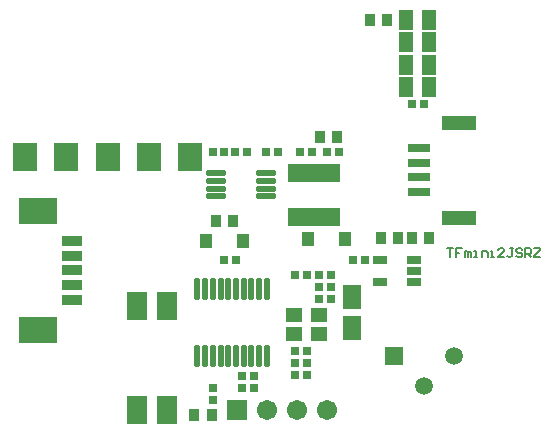
<source format=gts>
%FSLAX25Y25*%
%MOIN*%
G70*
G01*
G75*
G04 Layer_Color=8388736*
%ADD10R,0.07087X0.08661*%
%ADD11R,0.05906X0.02953*%
%ADD12R,0.11811X0.08268*%
%ADD13R,0.06693X0.02362*%
%ADD14R,0.10630X0.03937*%
%ADD15R,0.06299X0.08661*%
%ADD16R,0.03543X0.03740*%
%ADD17O,0.06693X0.01693*%
%ADD18R,0.01969X0.02165*%
%ADD19R,0.03000X0.03543*%
%ADD20R,0.16535X0.05512*%
%ADD21R,0.03937X0.05709*%
%ADD22R,0.04331X0.02362*%
%ADD23R,0.05315X0.07087*%
%ADD24R,0.02803X0.03600*%
%ADD25R,0.02804X0.03600*%
%ADD26R,0.02165X0.01969*%
%ADD27O,0.01378X0.06693*%
%ADD28R,0.04724X0.04331*%
%ADD29C,0.03000*%
%ADD30C,0.01500*%
%ADD31C,0.00800*%
%ADD32C,0.01000*%
%ADD33C,0.01200*%
%ADD34C,0.02000*%
%ADD35R,0.05118X0.05118*%
%ADD36C,0.05118*%
%ADD37R,0.05906X0.05906*%
%ADD38C,0.05906*%
%ADD39C,0.01969*%
%ADD40C,0.01181*%
%ADD41C,0.00984*%
%ADD42C,0.02362*%
%ADD43C,0.00500*%
%ADD44C,0.00787*%
%ADD45R,0.07887X0.09461*%
%ADD46R,0.06706X0.03753*%
%ADD47R,0.12611X0.09068*%
%ADD48R,0.07493X0.03162*%
%ADD49R,0.11430X0.04737*%
%ADD50R,0.07099X0.09461*%
%ADD51R,0.04343X0.04540*%
%ADD52O,0.07093X0.02093*%
%ADD53R,0.02769X0.02965*%
%ADD54R,0.03800X0.04343*%
%ADD55R,0.17335X0.06312*%
%ADD56R,0.04737X0.06509*%
%ADD57R,0.05131X0.03162*%
%ADD58R,0.06115X0.07887*%
%ADD59R,0.03603X0.04400*%
%ADD60R,0.03604X0.04400*%
%ADD61R,0.02965X0.02769*%
%ADD62O,0.02178X0.07493*%
%ADD63R,0.05524X0.05131*%
%ADD64R,0.05918X0.05918*%
%ADD65C,0.05918*%
%ADD66R,0.06706X0.06706*%
%ADD67C,0.06706*%
D43*
X147700Y60099D02*
X149699D01*
X148700D01*
Y57100D01*
X152698Y60099D02*
X150699D01*
Y58600D01*
X151699D01*
X150699D01*
Y57100D01*
X153698D02*
Y59099D01*
X154198D01*
X154698Y58600D01*
Y57100D01*
Y58600D01*
X155198Y59099D01*
X155697Y58600D01*
Y57100D01*
X156697D02*
X157697D01*
X157197D01*
Y59099D01*
X156697D01*
X159196Y57100D02*
Y59099D01*
X160696D01*
X161196Y58600D01*
Y57100D01*
X162195D02*
X163195D01*
X162695D01*
Y59099D01*
X162195D01*
X166694Y57100D02*
X164694D01*
X166694Y59099D01*
Y59599D01*
X166194Y60099D01*
X165194D01*
X164694Y59599D01*
X169693Y60099D02*
X168693D01*
X169193D01*
Y57600D01*
X168693Y57100D01*
X168193D01*
X167693Y57600D01*
X172692Y59599D02*
X172192Y60099D01*
X171192D01*
X170693Y59599D01*
Y59099D01*
X171192Y58600D01*
X172192D01*
X172692Y58100D01*
Y57600D01*
X172192Y57100D01*
X171192D01*
X170693Y57600D01*
X173692Y57100D02*
Y60099D01*
X175191D01*
X175691Y59599D01*
Y58600D01*
X175191Y58100D01*
X173692D01*
X174691D02*
X175691Y57100D01*
X176691Y60099D02*
X178690D01*
Y59599D01*
X176691Y57600D01*
Y57100D01*
X178690D01*
D45*
X7000Y90500D02*
D03*
X20750D02*
D03*
X34500D02*
D03*
X48250D02*
D03*
X62000D02*
D03*
D46*
X22683Y62582D02*
D03*
X22683Y42818D02*
D03*
Y47739D02*
D03*
X22683Y52661D02*
D03*
Y57582D02*
D03*
D47*
X11463Y72641D02*
D03*
Y32680D02*
D03*
D48*
X138287Y78740D02*
D03*
Y83661D02*
D03*
Y88583D02*
D03*
Y93504D02*
D03*
D49*
X151575Y70275D02*
D03*
X151575Y101969D02*
D03*
D50*
X44400Y6000D02*
D03*
Y40646D02*
D03*
X54400Y6000D02*
D03*
Y40646D02*
D03*
D51*
X67204Y62638D02*
D03*
X79607D02*
D03*
X101401Y63000D02*
D03*
X113804D02*
D03*
D52*
X70693Y85000D02*
D03*
Y82441D02*
D03*
Y79882D02*
D03*
Y77323D02*
D03*
X87228Y85000D02*
D03*
Y82441D02*
D03*
Y79882D02*
D03*
Y77323D02*
D03*
D53*
X69492Y92161D02*
D03*
X73429D02*
D03*
X76992D02*
D03*
X80929D02*
D03*
X87432Y92100D02*
D03*
X91369D02*
D03*
X107701Y92165D02*
D03*
X111638D02*
D03*
X98701D02*
D03*
X102638D02*
D03*
X136031Y108000D02*
D03*
X139969D02*
D03*
X120268Y56200D02*
D03*
X116332D02*
D03*
X108869Y47200D02*
D03*
X104931D02*
D03*
Y43000D02*
D03*
X108869D02*
D03*
X97031Y25900D02*
D03*
X100969D02*
D03*
X101068Y51300D02*
D03*
X97132D02*
D03*
X108869D02*
D03*
X104931D02*
D03*
X73331Y56200D02*
D03*
X77268D02*
D03*
D54*
X70508Y69138D02*
D03*
X76256D02*
D03*
X110965Y97165D02*
D03*
X105217D02*
D03*
X127795Y136000D02*
D03*
X122047D02*
D03*
X131295Y63500D02*
D03*
X125547D02*
D03*
X141795D02*
D03*
X136047D02*
D03*
D55*
X103303Y70638D02*
D03*
Y85205D02*
D03*
D56*
X141744Y113787D02*
D03*
X134106D02*
D03*
X141744Y121287D02*
D03*
X134106D02*
D03*
X141744Y128787D02*
D03*
X134106D02*
D03*
X141744Y136287D02*
D03*
X134106D02*
D03*
D57*
X136512Y48760D02*
D03*
Y52500D02*
D03*
Y56240D02*
D03*
X125488D02*
D03*
Y48760D02*
D03*
D58*
X116000Y43657D02*
D03*
Y33342D02*
D03*
D59*
X63400Y4400D02*
D03*
D60*
X69400D02*
D03*
D61*
X69800Y13368D02*
D03*
Y9431D02*
D03*
X97000Y17932D02*
D03*
Y21869D02*
D03*
X101100Y17932D02*
D03*
Y21869D02*
D03*
X83300Y17569D02*
D03*
Y13632D02*
D03*
X79200Y17569D02*
D03*
Y13632D02*
D03*
D62*
X64484Y24080D02*
D03*
X67043D02*
D03*
X69602D02*
D03*
X72161D02*
D03*
X74721D02*
D03*
X77280D02*
D03*
X79839D02*
D03*
X82398D02*
D03*
X84957D02*
D03*
X87516D02*
D03*
X64484Y46521D02*
D03*
X67043D02*
D03*
X69602D02*
D03*
X72161D02*
D03*
X74721D02*
D03*
X77280D02*
D03*
X79839D02*
D03*
X82398D02*
D03*
X84957D02*
D03*
X87516D02*
D03*
D63*
X96566Y31350D02*
D03*
X104834D02*
D03*
Y37650D02*
D03*
X96566D02*
D03*
D64*
X130000Y24000D02*
D03*
D65*
X150000D02*
D03*
X140000Y14000D02*
D03*
D66*
X77500Y6200D02*
D03*
D67*
X87500D02*
D03*
X97500D02*
D03*
X107500D02*
D03*
M02*

</source>
